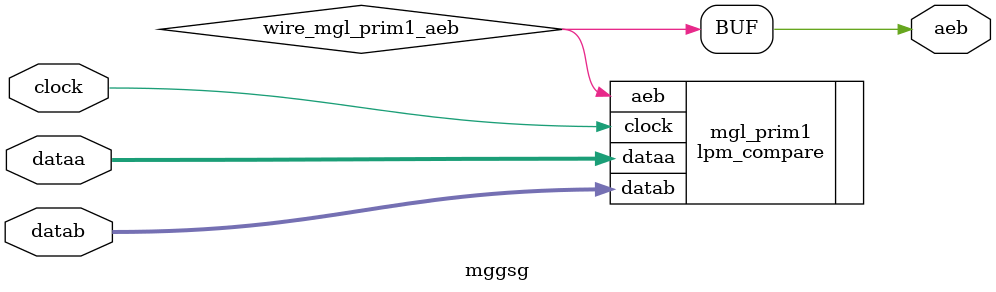
<source format=v>






//synthesis_resources = lpm_compare 1 
//synopsys translate_off
`timescale 1 ps / 1 ps
//synopsys translate_on
module  mggsg
	( 
	aeb,
	clock,
	dataa,
	datab) /* synthesis synthesis_clearbox=1 */;
	output   aeb;
	input   clock;
	input   [25:0]  dataa;
	input   [25:0]  datab;

	wire  wire_mgl_prim1_aeb;

	lpm_compare   mgl_prim1
	( 
	.aeb(wire_mgl_prim1_aeb),
	.clock(clock),
	.dataa(dataa),
	.datab(datab));
	defparam
		mgl_prim1.lpm_pipeline = 1,
		mgl_prim1.lpm_representation = "UNSIGNED",
		mgl_prim1.lpm_type = "LPM_COMPARE",
		mgl_prim1.lpm_width = 26,
		mgl_prim1.lpm_hint = "ONE_INPUT_IS_CONSTANT=YES";
	assign
		aeb = wire_mgl_prim1_aeb;
endmodule //mggsg
//VALID FILE

</source>
